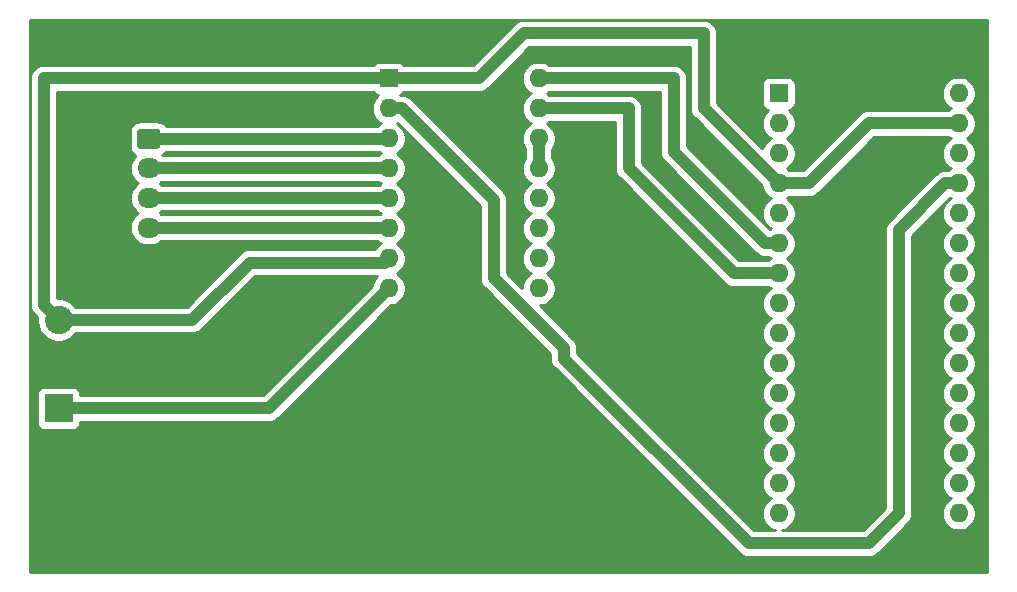
<source format=gbr>
G04 #@! TF.GenerationSoftware,KiCad,Pcbnew,5.1.9*
G04 #@! TF.CreationDate,2021-05-01T18:19:35+02:00*
G04 #@! TF.ProjectId,Nano_stepper,4e616e6f-5f73-4746-9570-7065722e6b69,rev?*
G04 #@! TF.SameCoordinates,Original*
G04 #@! TF.FileFunction,Copper,L2,Bot*
G04 #@! TF.FilePolarity,Positive*
%FSLAX46Y46*%
G04 Gerber Fmt 4.6, Leading zero omitted, Abs format (unit mm)*
G04 Created by KiCad (PCBNEW 5.1.9) date 2021-05-01 18:19:35*
%MOMM*%
%LPD*%
G01*
G04 APERTURE LIST*
G04 #@! TA.AperFunction,ComponentPad*
%ADD10R,1.600000X1.600000*%
G04 #@! TD*
G04 #@! TA.AperFunction,ComponentPad*
%ADD11O,1.600000X1.600000*%
G04 #@! TD*
G04 #@! TA.AperFunction,ComponentPad*
%ADD12R,2.400000X2.400000*%
G04 #@! TD*
G04 #@! TA.AperFunction,ComponentPad*
%ADD13C,2.400000*%
G04 #@! TD*
G04 #@! TA.AperFunction,ComponentPad*
%ADD14O,1.950000X1.700000*%
G04 #@! TD*
G04 #@! TA.AperFunction,Conductor*
%ADD15C,1.000000*%
G04 #@! TD*
G04 #@! TA.AperFunction,NonConductor*
%ADD16C,0.254000*%
G04 #@! TD*
G04 #@! TA.AperFunction,NonConductor*
%ADD17C,1.000000*%
G04 #@! TD*
G04 APERTURE END LIST*
D10*
X41910000Y57150000D03*
D11*
X54610000Y39370000D03*
X41910000Y54610000D03*
X54610000Y41910000D03*
X41910000Y52070000D03*
X54610000Y44450000D03*
X41910000Y49530000D03*
X54610000Y46990000D03*
X41910000Y46990000D03*
X54610000Y49530000D03*
X41910000Y44450000D03*
X54610000Y52070000D03*
X41910000Y41910000D03*
X54610000Y54610000D03*
X41910000Y39370000D03*
X54610000Y57150000D03*
D10*
X74930000Y55880000D03*
D11*
X90170000Y22860000D03*
X74930000Y53340000D03*
X90170000Y25400000D03*
X74930000Y50800000D03*
X90170000Y27940000D03*
X74930000Y48260000D03*
X90170000Y30480000D03*
X74930000Y45720000D03*
X90170000Y33020000D03*
X74930000Y43180000D03*
X90170000Y35560000D03*
X74930000Y40640000D03*
X90170000Y38100000D03*
X74930000Y38100000D03*
X90170000Y40640000D03*
X74930000Y35560000D03*
X90170000Y43180000D03*
X74930000Y33020000D03*
X90170000Y45720000D03*
X74930000Y30480000D03*
X90170000Y48260000D03*
X74930000Y27940000D03*
X90170000Y50800000D03*
X74930000Y25400000D03*
X90170000Y53340000D03*
X74930000Y22860000D03*
X90170000Y55880000D03*
X74930000Y20320000D03*
X90170000Y20320000D03*
D12*
X13970000Y29210000D03*
D13*
X13970000Y36710000D03*
G04 #@! TA.AperFunction,ComponentPad*
G36*
G01*
X20865000Y52880000D02*
X22315000Y52880000D01*
G75*
G02*
X22565000Y52630000I0J-250000D01*
G01*
X22565000Y51430000D01*
G75*
G02*
X22315000Y51180000I-250000J0D01*
G01*
X20865000Y51180000D01*
G75*
G02*
X20615000Y51430000I0J250000D01*
G01*
X20615000Y52630000D01*
G75*
G02*
X20865000Y52880000I250000J0D01*
G01*
G37*
G04 #@! TD.AperFunction*
D14*
X21590000Y49530000D03*
X21590000Y47030000D03*
X21590000Y44530000D03*
D15*
X89038630Y48260000D02*
X90170000Y48260000D01*
X85090000Y44311370D02*
X89038630Y48260000D01*
X72390000Y17780000D02*
X82550000Y17780000D01*
X56729998Y33440002D02*
X72390000Y17780000D01*
X56729998Y34290000D02*
X56729998Y33440002D01*
X82550000Y17780000D02*
X85090000Y20320000D01*
X50800000Y40219998D02*
X56729998Y34290000D01*
X50800000Y46851370D02*
X50800000Y40219998D01*
X43041370Y54610000D02*
X50800000Y46851370D01*
X85090000Y20320000D02*
X85090000Y44311370D01*
X41910000Y54610000D02*
X43041370Y54610000D01*
X41870000Y52030000D02*
X41910000Y52070000D01*
X21590000Y52030000D02*
X41870000Y52030000D01*
X21590000Y49530000D02*
X41910000Y49530000D01*
X41870000Y47030000D02*
X41910000Y46990000D01*
X21590000Y47030000D02*
X41870000Y47030000D01*
X54610000Y52070000D02*
X54610000Y49530000D01*
X41830000Y44530000D02*
X41910000Y44450000D01*
X21590000Y44530000D02*
X41830000Y44530000D01*
X74930000Y40640000D02*
X71120000Y40640000D01*
X71120000Y40640000D02*
X62230000Y49530000D01*
X62230000Y49530000D02*
X62230000Y54610000D01*
X62230000Y54610000D02*
X54610000Y54610000D01*
X31750000Y29210000D02*
X41910000Y39370000D01*
X13970000Y29210000D02*
X31750000Y29210000D01*
X73798630Y43180000D02*
X66040000Y50938630D01*
X74930000Y43180000D02*
X73798630Y43180000D01*
X66040000Y50938630D02*
X66040000Y57150000D01*
X66040000Y57150000D02*
X54610000Y57150000D01*
X74930000Y48260000D02*
X77470000Y48260000D01*
X77470000Y48260000D02*
X82550000Y53340000D01*
X13970000Y36710000D02*
X25280000Y36710000D01*
X41570008Y41570008D02*
X41910000Y41910000D01*
X30140008Y41570008D02*
X41570008Y41570008D01*
X25280000Y36710000D02*
X30140008Y41570008D01*
X41910000Y57150000D02*
X12700000Y57150000D01*
X12700000Y37980000D02*
X13970000Y36710000D01*
X12700000Y57150000D02*
X12700000Y37980000D01*
X53340000Y60960000D02*
X68580000Y60960000D01*
X83820000Y53340000D02*
X90170000Y53340000D01*
X82550000Y53340000D02*
X83820000Y53340000D01*
X68580000Y54610000D02*
X74930000Y48260000D01*
X68580000Y60960000D02*
X68580000Y54610000D01*
X49530000Y57150000D02*
X53340000Y60960000D01*
X41910000Y57150000D02*
X49530000Y57150000D01*
D16*
X92583000Y15367000D02*
X11557000Y15367000D01*
X11557000Y57150000D01*
X11559509Y57150000D01*
X11565000Y57094248D01*
X11565001Y38035762D01*
X11559509Y37980000D01*
X11581423Y37757502D01*
X11646324Y37543554D01*
X11646325Y37543553D01*
X11751717Y37346377D01*
X11893552Y37173551D01*
X11936860Y37138009D01*
X12143152Y36931716D01*
X12135000Y36890732D01*
X12135000Y36529268D01*
X12205518Y36174750D01*
X12343844Y35840801D01*
X12544662Y35540256D01*
X12800256Y35284662D01*
X13100801Y35083844D01*
X13434750Y34945518D01*
X13789268Y34875000D01*
X14150732Y34875000D01*
X14505250Y34945518D01*
X14839199Y35083844D01*
X15139744Y35284662D01*
X15395338Y35540256D01*
X15418553Y35575000D01*
X25224249Y35575000D01*
X25280000Y35569509D01*
X25335751Y35575000D01*
X25335752Y35575000D01*
X25502499Y35591423D01*
X25716447Y35656324D01*
X25913623Y35761716D01*
X26086449Y35903551D01*
X26121996Y35946865D01*
X30610140Y40435008D01*
X40945612Y40435008D01*
X40795363Y40284759D01*
X40638320Y40049727D01*
X40530147Y39788574D01*
X40482150Y39547282D01*
X31279869Y30345000D01*
X15808072Y30345000D01*
X15808072Y30410000D01*
X15795812Y30534482D01*
X15759502Y30654180D01*
X15700537Y30764494D01*
X15621185Y30861185D01*
X15524494Y30940537D01*
X15414180Y30999502D01*
X15294482Y31035812D01*
X15170000Y31048072D01*
X12770000Y31048072D01*
X12645518Y31035812D01*
X12525820Y30999502D01*
X12415506Y30940537D01*
X12318815Y30861185D01*
X12239463Y30764494D01*
X12180498Y30654180D01*
X12144188Y30534482D01*
X12131928Y30410000D01*
X12131928Y28010000D01*
X12144188Y27885518D01*
X12180498Y27765820D01*
X12239463Y27655506D01*
X12318815Y27558815D01*
X12415506Y27479463D01*
X12525820Y27420498D01*
X12645518Y27384188D01*
X12770000Y27371928D01*
X15170000Y27371928D01*
X15294482Y27384188D01*
X15414180Y27420498D01*
X15524494Y27479463D01*
X15621185Y27558815D01*
X15700537Y27655506D01*
X15759502Y27765820D01*
X15795812Y27885518D01*
X15808072Y28010000D01*
X15808072Y28075000D01*
X31694249Y28075000D01*
X31750000Y28069509D01*
X31805751Y28075000D01*
X31805752Y28075000D01*
X31972499Y28091423D01*
X32186447Y28156324D01*
X32383623Y28261716D01*
X32556449Y28403551D01*
X32591996Y28446865D01*
X42087282Y37942150D01*
X42328574Y37990147D01*
X42589727Y38098320D01*
X42824759Y38255363D01*
X43024637Y38455241D01*
X43181680Y38690273D01*
X43289853Y38951426D01*
X43345000Y39228665D01*
X43345000Y39511335D01*
X43289853Y39788574D01*
X43181680Y40049727D01*
X43024637Y40284759D01*
X42824759Y40484637D01*
X42592241Y40640000D01*
X42824759Y40795363D01*
X43024637Y40995241D01*
X43181680Y41230273D01*
X43289853Y41491426D01*
X43345000Y41768665D01*
X43345000Y42051335D01*
X43289853Y42328574D01*
X43181680Y42589727D01*
X43024637Y42824759D01*
X42824759Y43024637D01*
X42592241Y43180000D01*
X42824759Y43335363D01*
X43024637Y43535241D01*
X43181680Y43770273D01*
X43289853Y44031426D01*
X43345000Y44308665D01*
X43345000Y44591335D01*
X43289853Y44868574D01*
X43181680Y45129727D01*
X43024637Y45364759D01*
X42824759Y45564637D01*
X42592241Y45720000D01*
X42824759Y45875363D01*
X43024637Y46075241D01*
X43181680Y46310273D01*
X43289853Y46571426D01*
X43345000Y46848665D01*
X43345000Y47131335D01*
X43289853Y47408574D01*
X43181680Y47669727D01*
X43024637Y47904759D01*
X42824759Y48104637D01*
X42592241Y48260000D01*
X42824759Y48415363D01*
X43024637Y48615241D01*
X43181680Y48850273D01*
X43289853Y49111426D01*
X43345000Y49388665D01*
X43345000Y49671335D01*
X43289853Y49948574D01*
X43181680Y50209727D01*
X43024637Y50444759D01*
X42824759Y50644637D01*
X42592241Y50800000D01*
X42824759Y50955363D01*
X43024637Y51155241D01*
X43181680Y51390273D01*
X43289853Y51651426D01*
X43345000Y51928665D01*
X43345000Y52211335D01*
X43289853Y52488574D01*
X43181680Y52749727D01*
X43024637Y52984759D01*
X42824759Y53184637D01*
X42592241Y53340000D01*
X42660578Y53385661D01*
X49665000Y46381238D01*
X49665001Y40275759D01*
X49659509Y40219998D01*
X49681423Y39997500D01*
X49746324Y39783552D01*
X49746325Y39783551D01*
X49851717Y39586375D01*
X49993552Y39413549D01*
X50036860Y39378007D01*
X55594998Y33819867D01*
X55594998Y33495753D01*
X55589507Y33440002D01*
X55594998Y33384251D01*
X55594998Y33384250D01*
X55611421Y33217503D01*
X55676322Y33003555D01*
X55781715Y32806379D01*
X55923550Y32633553D01*
X55966858Y32598011D01*
X71548009Y17016859D01*
X71583551Y16973551D01*
X71756377Y16831716D01*
X71953553Y16726324D01*
X72117705Y16676529D01*
X72167500Y16661423D01*
X72188493Y16659356D01*
X72334248Y16645000D01*
X72334255Y16645000D01*
X72389999Y16639510D01*
X72445743Y16645000D01*
X82494249Y16645000D01*
X82550000Y16639509D01*
X82605751Y16645000D01*
X82605752Y16645000D01*
X82772499Y16661423D01*
X82986447Y16726324D01*
X83183623Y16831716D01*
X83356449Y16973551D01*
X83391996Y17016865D01*
X85853141Y19478009D01*
X85896449Y19513551D01*
X86038284Y19686377D01*
X86143676Y19883553D01*
X86208577Y20097501D01*
X86225000Y20264248D01*
X86225000Y20264257D01*
X86230490Y20319999D01*
X86225000Y20375741D01*
X86225000Y43841239D01*
X89419423Y47035661D01*
X89487759Y46990000D01*
X89255241Y46834637D01*
X89055363Y46634759D01*
X88898320Y46399727D01*
X88790147Y46138574D01*
X88735000Y45861335D01*
X88735000Y45578665D01*
X88790147Y45301426D01*
X88898320Y45040273D01*
X89055363Y44805241D01*
X89255241Y44605363D01*
X89487759Y44450000D01*
X89255241Y44294637D01*
X89055363Y44094759D01*
X88898320Y43859727D01*
X88790147Y43598574D01*
X88735000Y43321335D01*
X88735000Y43038665D01*
X88790147Y42761426D01*
X88898320Y42500273D01*
X89055363Y42265241D01*
X89255241Y42065363D01*
X89487759Y41910000D01*
X89255241Y41754637D01*
X89055363Y41554759D01*
X88898320Y41319727D01*
X88790147Y41058574D01*
X88735000Y40781335D01*
X88735000Y40498665D01*
X88790147Y40221426D01*
X88898320Y39960273D01*
X89055363Y39725241D01*
X89255241Y39525363D01*
X89487759Y39370000D01*
X89255241Y39214637D01*
X89055363Y39014759D01*
X88898320Y38779727D01*
X88790147Y38518574D01*
X88735000Y38241335D01*
X88735000Y37958665D01*
X88790147Y37681426D01*
X88898320Y37420273D01*
X89055363Y37185241D01*
X89255241Y36985363D01*
X89487759Y36830000D01*
X89255241Y36674637D01*
X89055363Y36474759D01*
X88898320Y36239727D01*
X88790147Y35978574D01*
X88735000Y35701335D01*
X88735000Y35418665D01*
X88790147Y35141426D01*
X88898320Y34880273D01*
X89055363Y34645241D01*
X89255241Y34445363D01*
X89487759Y34290000D01*
X89255241Y34134637D01*
X89055363Y33934759D01*
X88898320Y33699727D01*
X88790147Y33438574D01*
X88735000Y33161335D01*
X88735000Y32878665D01*
X88790147Y32601426D01*
X88898320Y32340273D01*
X89055363Y32105241D01*
X89255241Y31905363D01*
X89487759Y31750000D01*
X89255241Y31594637D01*
X89055363Y31394759D01*
X88898320Y31159727D01*
X88790147Y30898574D01*
X88735000Y30621335D01*
X88735000Y30338665D01*
X88790147Y30061426D01*
X88898320Y29800273D01*
X89055363Y29565241D01*
X89255241Y29365363D01*
X89487759Y29210000D01*
X89255241Y29054637D01*
X89055363Y28854759D01*
X88898320Y28619727D01*
X88790147Y28358574D01*
X88735000Y28081335D01*
X88735000Y27798665D01*
X88790147Y27521426D01*
X88898320Y27260273D01*
X89055363Y27025241D01*
X89255241Y26825363D01*
X89487759Y26670000D01*
X89255241Y26514637D01*
X89055363Y26314759D01*
X88898320Y26079727D01*
X88790147Y25818574D01*
X88735000Y25541335D01*
X88735000Y25258665D01*
X88790147Y24981426D01*
X88898320Y24720273D01*
X89055363Y24485241D01*
X89255241Y24285363D01*
X89487759Y24130000D01*
X89255241Y23974637D01*
X89055363Y23774759D01*
X88898320Y23539727D01*
X88790147Y23278574D01*
X88735000Y23001335D01*
X88735000Y22718665D01*
X88790147Y22441426D01*
X88898320Y22180273D01*
X89055363Y21945241D01*
X89255241Y21745363D01*
X89487759Y21590000D01*
X89255241Y21434637D01*
X89055363Y21234759D01*
X88898320Y20999727D01*
X88790147Y20738574D01*
X88735000Y20461335D01*
X88735000Y20178665D01*
X88790147Y19901426D01*
X88898320Y19640273D01*
X89055363Y19405241D01*
X89255241Y19205363D01*
X89490273Y19048320D01*
X89751426Y18940147D01*
X90028665Y18885000D01*
X90311335Y18885000D01*
X90588574Y18940147D01*
X90849727Y19048320D01*
X91084759Y19205363D01*
X91284637Y19405241D01*
X91441680Y19640273D01*
X91549853Y19901426D01*
X91605000Y20178665D01*
X91605000Y20461335D01*
X91549853Y20738574D01*
X91441680Y20999727D01*
X91284637Y21234759D01*
X91084759Y21434637D01*
X90852241Y21590000D01*
X91084759Y21745363D01*
X91284637Y21945241D01*
X91441680Y22180273D01*
X91549853Y22441426D01*
X91605000Y22718665D01*
X91605000Y23001335D01*
X91549853Y23278574D01*
X91441680Y23539727D01*
X91284637Y23774759D01*
X91084759Y23974637D01*
X90852241Y24130000D01*
X91084759Y24285363D01*
X91284637Y24485241D01*
X91441680Y24720273D01*
X91549853Y24981426D01*
X91605000Y25258665D01*
X91605000Y25541335D01*
X91549853Y25818574D01*
X91441680Y26079727D01*
X91284637Y26314759D01*
X91084759Y26514637D01*
X90852241Y26670000D01*
X91084759Y26825363D01*
X91284637Y27025241D01*
X91441680Y27260273D01*
X91549853Y27521426D01*
X91605000Y27798665D01*
X91605000Y28081335D01*
X91549853Y28358574D01*
X91441680Y28619727D01*
X91284637Y28854759D01*
X91084759Y29054637D01*
X90852241Y29210000D01*
X91084759Y29365363D01*
X91284637Y29565241D01*
X91441680Y29800273D01*
X91549853Y30061426D01*
X91605000Y30338665D01*
X91605000Y30621335D01*
X91549853Y30898574D01*
X91441680Y31159727D01*
X91284637Y31394759D01*
X91084759Y31594637D01*
X90852241Y31750000D01*
X91084759Y31905363D01*
X91284637Y32105241D01*
X91441680Y32340273D01*
X91549853Y32601426D01*
X91605000Y32878665D01*
X91605000Y33161335D01*
X91549853Y33438574D01*
X91441680Y33699727D01*
X91284637Y33934759D01*
X91084759Y34134637D01*
X90852241Y34290000D01*
X91084759Y34445363D01*
X91284637Y34645241D01*
X91441680Y34880273D01*
X91549853Y35141426D01*
X91605000Y35418665D01*
X91605000Y35701335D01*
X91549853Y35978574D01*
X91441680Y36239727D01*
X91284637Y36474759D01*
X91084759Y36674637D01*
X90852241Y36830000D01*
X91084759Y36985363D01*
X91284637Y37185241D01*
X91441680Y37420273D01*
X91549853Y37681426D01*
X91605000Y37958665D01*
X91605000Y38241335D01*
X91549853Y38518574D01*
X91441680Y38779727D01*
X91284637Y39014759D01*
X91084759Y39214637D01*
X90852241Y39370000D01*
X91084759Y39525363D01*
X91284637Y39725241D01*
X91441680Y39960273D01*
X91549853Y40221426D01*
X91605000Y40498665D01*
X91605000Y40781335D01*
X91549853Y41058574D01*
X91441680Y41319727D01*
X91284637Y41554759D01*
X91084759Y41754637D01*
X90852241Y41910000D01*
X91084759Y42065363D01*
X91284637Y42265241D01*
X91441680Y42500273D01*
X91549853Y42761426D01*
X91605000Y43038665D01*
X91605000Y43321335D01*
X91549853Y43598574D01*
X91441680Y43859727D01*
X91284637Y44094759D01*
X91084759Y44294637D01*
X90852241Y44450000D01*
X91084759Y44605363D01*
X91284637Y44805241D01*
X91441680Y45040273D01*
X91549853Y45301426D01*
X91605000Y45578665D01*
X91605000Y45861335D01*
X91549853Y46138574D01*
X91441680Y46399727D01*
X91284637Y46634759D01*
X91084759Y46834637D01*
X90852241Y46990000D01*
X91084759Y47145363D01*
X91284637Y47345241D01*
X91441680Y47580273D01*
X91549853Y47841426D01*
X91605000Y48118665D01*
X91605000Y48401335D01*
X91549853Y48678574D01*
X91441680Y48939727D01*
X91284637Y49174759D01*
X91084759Y49374637D01*
X90852241Y49530000D01*
X91084759Y49685363D01*
X91284637Y49885241D01*
X91441680Y50120273D01*
X91549853Y50381426D01*
X91605000Y50658665D01*
X91605000Y50941335D01*
X91549853Y51218574D01*
X91441680Y51479727D01*
X91284637Y51714759D01*
X91084759Y51914637D01*
X90852241Y52070000D01*
X91084759Y52225363D01*
X91284637Y52425241D01*
X91441680Y52660273D01*
X91549853Y52921426D01*
X91605000Y53198665D01*
X91605000Y53481335D01*
X91549853Y53758574D01*
X91441680Y54019727D01*
X91284637Y54254759D01*
X91084759Y54454637D01*
X90852241Y54610000D01*
X91084759Y54765363D01*
X91284637Y54965241D01*
X91441680Y55200273D01*
X91549853Y55461426D01*
X91605000Y55738665D01*
X91605000Y56021335D01*
X91549853Y56298574D01*
X91441680Y56559727D01*
X91284637Y56794759D01*
X91084759Y56994637D01*
X90849727Y57151680D01*
X90588574Y57259853D01*
X90311335Y57315000D01*
X90028665Y57315000D01*
X89751426Y57259853D01*
X89490273Y57151680D01*
X89255241Y56994637D01*
X89055363Y56794759D01*
X88898320Y56559727D01*
X88790147Y56298574D01*
X88735000Y56021335D01*
X88735000Y55738665D01*
X88790147Y55461426D01*
X88898320Y55200273D01*
X89055363Y54965241D01*
X89255241Y54765363D01*
X89487759Y54610000D01*
X89285716Y54475000D01*
X82605751Y54475000D01*
X82550000Y54480491D01*
X82494248Y54475000D01*
X82327501Y54458577D01*
X82113553Y54393676D01*
X81916377Y54288284D01*
X81743551Y54146449D01*
X81708009Y54103141D01*
X76999869Y49395000D01*
X75814284Y49395000D01*
X75612241Y49530000D01*
X75844759Y49685363D01*
X76044637Y49885241D01*
X76201680Y50120273D01*
X76309853Y50381426D01*
X76365000Y50658665D01*
X76365000Y50941335D01*
X76309853Y51218574D01*
X76201680Y51479727D01*
X76044637Y51714759D01*
X75844759Y51914637D01*
X75612241Y52070000D01*
X75844759Y52225363D01*
X76044637Y52425241D01*
X76201680Y52660273D01*
X76309853Y52921426D01*
X76365000Y53198665D01*
X76365000Y53481335D01*
X76309853Y53758574D01*
X76201680Y54019727D01*
X76044637Y54254759D01*
X75846039Y54453357D01*
X75854482Y54454188D01*
X75974180Y54490498D01*
X76084494Y54549463D01*
X76181185Y54628815D01*
X76260537Y54725506D01*
X76319502Y54835820D01*
X76355812Y54955518D01*
X76368072Y55080000D01*
X76368072Y56680000D01*
X76355812Y56804482D01*
X76319502Y56924180D01*
X76260537Y57034494D01*
X76181185Y57131185D01*
X76084494Y57210537D01*
X75974180Y57269502D01*
X75854482Y57305812D01*
X75730000Y57318072D01*
X74130000Y57318072D01*
X74005518Y57305812D01*
X73885820Y57269502D01*
X73775506Y57210537D01*
X73678815Y57131185D01*
X73599463Y57034494D01*
X73540498Y56924180D01*
X73504188Y56804482D01*
X73491928Y56680000D01*
X73491928Y55080000D01*
X73504188Y54955518D01*
X73540498Y54835820D01*
X73599463Y54725506D01*
X73678815Y54628815D01*
X73775506Y54549463D01*
X73885820Y54490498D01*
X74005518Y54454188D01*
X74013961Y54453357D01*
X73815363Y54254759D01*
X73658320Y54019727D01*
X73550147Y53758574D01*
X73495000Y53481335D01*
X73495000Y53198665D01*
X73550147Y52921426D01*
X73658320Y52660273D01*
X73815363Y52425241D01*
X74015241Y52225363D01*
X74247759Y52070000D01*
X74015241Y51914637D01*
X73815363Y51714759D01*
X73658320Y51479727D01*
X73557882Y51237249D01*
X69715000Y55080131D01*
X69715000Y60904248D01*
X69720491Y60960000D01*
X69698577Y61182499D01*
X69633676Y61396447D01*
X69528284Y61593623D01*
X69386449Y61766449D01*
X69213623Y61908284D01*
X69016447Y62013676D01*
X68802499Y62078577D01*
X68635752Y62095000D01*
X68635751Y62095000D01*
X68580000Y62100491D01*
X68524248Y62095000D01*
X53395752Y62095000D01*
X53340000Y62100491D01*
X53117501Y62078577D01*
X52903553Y62013676D01*
X52706377Y61908284D01*
X52576856Y61801989D01*
X52576854Y61801987D01*
X52533551Y61766449D01*
X52498013Y61723146D01*
X49059869Y58285000D01*
X43250957Y58285000D01*
X43240537Y58304494D01*
X43161185Y58401185D01*
X43064494Y58480537D01*
X42954180Y58539502D01*
X42834482Y58575812D01*
X42710000Y58588072D01*
X41110000Y58588072D01*
X40985518Y58575812D01*
X40865820Y58539502D01*
X40755506Y58480537D01*
X40658815Y58401185D01*
X40579463Y58304494D01*
X40569043Y58285000D01*
X12755751Y58285000D01*
X12700000Y58290491D01*
X12644248Y58285000D01*
X12477501Y58268577D01*
X12263553Y58203676D01*
X12066377Y58098284D01*
X11893551Y57956449D01*
X11751716Y57783623D01*
X11646324Y57586447D01*
X11581423Y57372499D01*
X11559509Y57150000D01*
X11557000Y57150000D01*
X11557000Y62103000D01*
X92583000Y62103000D01*
X92583000Y15367000D01*
G04 #@! TA.AperFunction,NonConductor*
D17*
G36*
X92583000Y15367000D02*
G01*
X11557000Y15367000D01*
X11557000Y57150000D01*
X11559509Y57150000D01*
X11565000Y57094248D01*
X11565001Y38035762D01*
X11559509Y37980000D01*
X11581423Y37757502D01*
X11646324Y37543554D01*
X11646325Y37543553D01*
X11751717Y37346377D01*
X11893552Y37173551D01*
X11936860Y37138009D01*
X12143152Y36931716D01*
X12135000Y36890732D01*
X12135000Y36529268D01*
X12205518Y36174750D01*
X12343844Y35840801D01*
X12544662Y35540256D01*
X12800256Y35284662D01*
X13100801Y35083844D01*
X13434750Y34945518D01*
X13789268Y34875000D01*
X14150732Y34875000D01*
X14505250Y34945518D01*
X14839199Y35083844D01*
X15139744Y35284662D01*
X15395338Y35540256D01*
X15418553Y35575000D01*
X25224249Y35575000D01*
X25280000Y35569509D01*
X25335751Y35575000D01*
X25335752Y35575000D01*
X25502499Y35591423D01*
X25716447Y35656324D01*
X25913623Y35761716D01*
X26086449Y35903551D01*
X26121996Y35946865D01*
X30610140Y40435008D01*
X40945612Y40435008D01*
X40795363Y40284759D01*
X40638320Y40049727D01*
X40530147Y39788574D01*
X40482150Y39547282D01*
X31279869Y30345000D01*
X15808072Y30345000D01*
X15808072Y30410000D01*
X15795812Y30534482D01*
X15759502Y30654180D01*
X15700537Y30764494D01*
X15621185Y30861185D01*
X15524494Y30940537D01*
X15414180Y30999502D01*
X15294482Y31035812D01*
X15170000Y31048072D01*
X12770000Y31048072D01*
X12645518Y31035812D01*
X12525820Y30999502D01*
X12415506Y30940537D01*
X12318815Y30861185D01*
X12239463Y30764494D01*
X12180498Y30654180D01*
X12144188Y30534482D01*
X12131928Y30410000D01*
X12131928Y28010000D01*
X12144188Y27885518D01*
X12180498Y27765820D01*
X12239463Y27655506D01*
X12318815Y27558815D01*
X12415506Y27479463D01*
X12525820Y27420498D01*
X12645518Y27384188D01*
X12770000Y27371928D01*
X15170000Y27371928D01*
X15294482Y27384188D01*
X15414180Y27420498D01*
X15524494Y27479463D01*
X15621185Y27558815D01*
X15700537Y27655506D01*
X15759502Y27765820D01*
X15795812Y27885518D01*
X15808072Y28010000D01*
X15808072Y28075000D01*
X31694249Y28075000D01*
X31750000Y28069509D01*
X31805751Y28075000D01*
X31805752Y28075000D01*
X31972499Y28091423D01*
X32186447Y28156324D01*
X32383623Y28261716D01*
X32556449Y28403551D01*
X32591996Y28446865D01*
X42087282Y37942150D01*
X42328574Y37990147D01*
X42589727Y38098320D01*
X42824759Y38255363D01*
X43024637Y38455241D01*
X43181680Y38690273D01*
X43289853Y38951426D01*
X43345000Y39228665D01*
X43345000Y39511335D01*
X43289853Y39788574D01*
X43181680Y40049727D01*
X43024637Y40284759D01*
X42824759Y40484637D01*
X42592241Y40640000D01*
X42824759Y40795363D01*
X43024637Y40995241D01*
X43181680Y41230273D01*
X43289853Y41491426D01*
X43345000Y41768665D01*
X43345000Y42051335D01*
X43289853Y42328574D01*
X43181680Y42589727D01*
X43024637Y42824759D01*
X42824759Y43024637D01*
X42592241Y43180000D01*
X42824759Y43335363D01*
X43024637Y43535241D01*
X43181680Y43770273D01*
X43289853Y44031426D01*
X43345000Y44308665D01*
X43345000Y44591335D01*
X43289853Y44868574D01*
X43181680Y45129727D01*
X43024637Y45364759D01*
X42824759Y45564637D01*
X42592241Y45720000D01*
X42824759Y45875363D01*
X43024637Y46075241D01*
X43181680Y46310273D01*
X43289853Y46571426D01*
X43345000Y46848665D01*
X43345000Y47131335D01*
X43289853Y47408574D01*
X43181680Y47669727D01*
X43024637Y47904759D01*
X42824759Y48104637D01*
X42592241Y48260000D01*
X42824759Y48415363D01*
X43024637Y48615241D01*
X43181680Y48850273D01*
X43289853Y49111426D01*
X43345000Y49388665D01*
X43345000Y49671335D01*
X43289853Y49948574D01*
X43181680Y50209727D01*
X43024637Y50444759D01*
X42824759Y50644637D01*
X42592241Y50800000D01*
X42824759Y50955363D01*
X43024637Y51155241D01*
X43181680Y51390273D01*
X43289853Y51651426D01*
X43345000Y51928665D01*
X43345000Y52211335D01*
X43289853Y52488574D01*
X43181680Y52749727D01*
X43024637Y52984759D01*
X42824759Y53184637D01*
X42592241Y53340000D01*
X42660578Y53385661D01*
X49665000Y46381238D01*
X49665001Y40275759D01*
X49659509Y40219998D01*
X49681423Y39997500D01*
X49746324Y39783552D01*
X49746325Y39783551D01*
X49851717Y39586375D01*
X49993552Y39413549D01*
X50036860Y39378007D01*
X55594998Y33819867D01*
X55594998Y33495753D01*
X55589507Y33440002D01*
X55594998Y33384251D01*
X55594998Y33384250D01*
X55611421Y33217503D01*
X55676322Y33003555D01*
X55781715Y32806379D01*
X55923550Y32633553D01*
X55966858Y32598011D01*
X71548009Y17016859D01*
X71583551Y16973551D01*
X71756377Y16831716D01*
X71953553Y16726324D01*
X72117705Y16676529D01*
X72167500Y16661423D01*
X72188493Y16659356D01*
X72334248Y16645000D01*
X72334255Y16645000D01*
X72389999Y16639510D01*
X72445743Y16645000D01*
X82494249Y16645000D01*
X82550000Y16639509D01*
X82605751Y16645000D01*
X82605752Y16645000D01*
X82772499Y16661423D01*
X82986447Y16726324D01*
X83183623Y16831716D01*
X83356449Y16973551D01*
X83391996Y17016865D01*
X85853141Y19478009D01*
X85896449Y19513551D01*
X86038284Y19686377D01*
X86143676Y19883553D01*
X86208577Y20097501D01*
X86225000Y20264248D01*
X86225000Y20264257D01*
X86230490Y20319999D01*
X86225000Y20375741D01*
X86225000Y43841239D01*
X89419423Y47035661D01*
X89487759Y46990000D01*
X89255241Y46834637D01*
X89055363Y46634759D01*
X88898320Y46399727D01*
X88790147Y46138574D01*
X88735000Y45861335D01*
X88735000Y45578665D01*
X88790147Y45301426D01*
X88898320Y45040273D01*
X89055363Y44805241D01*
X89255241Y44605363D01*
X89487759Y44450000D01*
X89255241Y44294637D01*
X89055363Y44094759D01*
X88898320Y43859727D01*
X88790147Y43598574D01*
X88735000Y43321335D01*
X88735000Y43038665D01*
X88790147Y42761426D01*
X88898320Y42500273D01*
X89055363Y42265241D01*
X89255241Y42065363D01*
X89487759Y41910000D01*
X89255241Y41754637D01*
X89055363Y41554759D01*
X88898320Y41319727D01*
X88790147Y41058574D01*
X88735000Y40781335D01*
X88735000Y40498665D01*
X88790147Y40221426D01*
X88898320Y39960273D01*
X89055363Y39725241D01*
X89255241Y39525363D01*
X89487759Y39370000D01*
X89255241Y39214637D01*
X89055363Y39014759D01*
X88898320Y38779727D01*
X88790147Y38518574D01*
X88735000Y38241335D01*
X88735000Y37958665D01*
X88790147Y37681426D01*
X88898320Y37420273D01*
X89055363Y37185241D01*
X89255241Y36985363D01*
X89487759Y36830000D01*
X89255241Y36674637D01*
X89055363Y36474759D01*
X88898320Y36239727D01*
X88790147Y35978574D01*
X88735000Y35701335D01*
X88735000Y35418665D01*
X88790147Y35141426D01*
X88898320Y34880273D01*
X89055363Y34645241D01*
X89255241Y34445363D01*
X89487759Y34290000D01*
X89255241Y34134637D01*
X89055363Y33934759D01*
X88898320Y33699727D01*
X88790147Y33438574D01*
X88735000Y33161335D01*
X88735000Y32878665D01*
X88790147Y32601426D01*
X88898320Y32340273D01*
X89055363Y32105241D01*
X89255241Y31905363D01*
X89487759Y31750000D01*
X89255241Y31594637D01*
X89055363Y31394759D01*
X88898320Y31159727D01*
X88790147Y30898574D01*
X88735000Y30621335D01*
X88735000Y30338665D01*
X88790147Y30061426D01*
X88898320Y29800273D01*
X89055363Y29565241D01*
X89255241Y29365363D01*
X89487759Y29210000D01*
X89255241Y29054637D01*
X89055363Y28854759D01*
X88898320Y28619727D01*
X88790147Y28358574D01*
X88735000Y28081335D01*
X88735000Y27798665D01*
X88790147Y27521426D01*
X88898320Y27260273D01*
X89055363Y27025241D01*
X89255241Y26825363D01*
X89487759Y26670000D01*
X89255241Y26514637D01*
X89055363Y26314759D01*
X88898320Y26079727D01*
X88790147Y25818574D01*
X88735000Y25541335D01*
X88735000Y25258665D01*
X88790147Y24981426D01*
X88898320Y24720273D01*
X89055363Y24485241D01*
X89255241Y24285363D01*
X89487759Y24130000D01*
X89255241Y23974637D01*
X89055363Y23774759D01*
X88898320Y23539727D01*
X88790147Y23278574D01*
X88735000Y23001335D01*
X88735000Y22718665D01*
X88790147Y22441426D01*
X88898320Y22180273D01*
X89055363Y21945241D01*
X89255241Y21745363D01*
X89487759Y21590000D01*
X89255241Y21434637D01*
X89055363Y21234759D01*
X88898320Y20999727D01*
X88790147Y20738574D01*
X88735000Y20461335D01*
X88735000Y20178665D01*
X88790147Y19901426D01*
X88898320Y19640273D01*
X89055363Y19405241D01*
X89255241Y19205363D01*
X89490273Y19048320D01*
X89751426Y18940147D01*
X90028665Y18885000D01*
X90311335Y18885000D01*
X90588574Y18940147D01*
X90849727Y19048320D01*
X91084759Y19205363D01*
X91284637Y19405241D01*
X91441680Y19640273D01*
X91549853Y19901426D01*
X91605000Y20178665D01*
X91605000Y20461335D01*
X91549853Y20738574D01*
X91441680Y20999727D01*
X91284637Y21234759D01*
X91084759Y21434637D01*
X90852241Y21590000D01*
X91084759Y21745363D01*
X91284637Y21945241D01*
X91441680Y22180273D01*
X91549853Y22441426D01*
X91605000Y22718665D01*
X91605000Y23001335D01*
X91549853Y23278574D01*
X91441680Y23539727D01*
X91284637Y23774759D01*
X91084759Y23974637D01*
X90852241Y24130000D01*
X91084759Y24285363D01*
X91284637Y24485241D01*
X91441680Y24720273D01*
X91549853Y24981426D01*
X91605000Y25258665D01*
X91605000Y25541335D01*
X91549853Y25818574D01*
X91441680Y26079727D01*
X91284637Y26314759D01*
X91084759Y26514637D01*
X90852241Y26670000D01*
X91084759Y26825363D01*
X91284637Y27025241D01*
X91441680Y27260273D01*
X91549853Y27521426D01*
X91605000Y27798665D01*
X91605000Y28081335D01*
X91549853Y28358574D01*
X91441680Y28619727D01*
X91284637Y28854759D01*
X91084759Y29054637D01*
X90852241Y29210000D01*
X91084759Y29365363D01*
X91284637Y29565241D01*
X91441680Y29800273D01*
X91549853Y30061426D01*
X91605000Y30338665D01*
X91605000Y30621335D01*
X91549853Y30898574D01*
X91441680Y31159727D01*
X91284637Y31394759D01*
X91084759Y31594637D01*
X90852241Y31750000D01*
X91084759Y31905363D01*
X91284637Y32105241D01*
X91441680Y32340273D01*
X91549853Y32601426D01*
X91605000Y32878665D01*
X91605000Y33161335D01*
X91549853Y33438574D01*
X91441680Y33699727D01*
X91284637Y33934759D01*
X91084759Y34134637D01*
X90852241Y34290000D01*
X91084759Y34445363D01*
X91284637Y34645241D01*
X91441680Y34880273D01*
X91549853Y35141426D01*
X91605000Y35418665D01*
X91605000Y35701335D01*
X91549853Y35978574D01*
X91441680Y36239727D01*
X91284637Y36474759D01*
X91084759Y36674637D01*
X90852241Y36830000D01*
X91084759Y36985363D01*
X91284637Y37185241D01*
X91441680Y37420273D01*
X91549853Y37681426D01*
X91605000Y37958665D01*
X91605000Y38241335D01*
X91549853Y38518574D01*
X91441680Y38779727D01*
X91284637Y39014759D01*
X91084759Y39214637D01*
X90852241Y39370000D01*
X91084759Y39525363D01*
X91284637Y39725241D01*
X91441680Y39960273D01*
X91549853Y40221426D01*
X91605000Y40498665D01*
X91605000Y40781335D01*
X91549853Y41058574D01*
X91441680Y41319727D01*
X91284637Y41554759D01*
X91084759Y41754637D01*
X90852241Y41910000D01*
X91084759Y42065363D01*
X91284637Y42265241D01*
X91441680Y42500273D01*
X91549853Y42761426D01*
X91605000Y43038665D01*
X91605000Y43321335D01*
X91549853Y43598574D01*
X91441680Y43859727D01*
X91284637Y44094759D01*
X91084759Y44294637D01*
X90852241Y44450000D01*
X91084759Y44605363D01*
X91284637Y44805241D01*
X91441680Y45040273D01*
X91549853Y45301426D01*
X91605000Y45578665D01*
X91605000Y45861335D01*
X91549853Y46138574D01*
X91441680Y46399727D01*
X91284637Y46634759D01*
X91084759Y46834637D01*
X90852241Y46990000D01*
X91084759Y47145363D01*
X91284637Y47345241D01*
X91441680Y47580273D01*
X91549853Y47841426D01*
X91605000Y48118665D01*
X91605000Y48401335D01*
X91549853Y48678574D01*
X91441680Y48939727D01*
X91284637Y49174759D01*
X91084759Y49374637D01*
X90852241Y49530000D01*
X91084759Y49685363D01*
X91284637Y49885241D01*
X91441680Y50120273D01*
X91549853Y50381426D01*
X91605000Y50658665D01*
X91605000Y50941335D01*
X91549853Y51218574D01*
X91441680Y51479727D01*
X91284637Y51714759D01*
X91084759Y51914637D01*
X90852241Y52070000D01*
X91084759Y52225363D01*
X91284637Y52425241D01*
X91441680Y52660273D01*
X91549853Y52921426D01*
X91605000Y53198665D01*
X91605000Y53481335D01*
X91549853Y53758574D01*
X91441680Y54019727D01*
X91284637Y54254759D01*
X91084759Y54454637D01*
X90852241Y54610000D01*
X91084759Y54765363D01*
X91284637Y54965241D01*
X91441680Y55200273D01*
X91549853Y55461426D01*
X91605000Y55738665D01*
X91605000Y56021335D01*
X91549853Y56298574D01*
X91441680Y56559727D01*
X91284637Y56794759D01*
X91084759Y56994637D01*
X90849727Y57151680D01*
X90588574Y57259853D01*
X90311335Y57315000D01*
X90028665Y57315000D01*
X89751426Y57259853D01*
X89490273Y57151680D01*
X89255241Y56994637D01*
X89055363Y56794759D01*
X88898320Y56559727D01*
X88790147Y56298574D01*
X88735000Y56021335D01*
X88735000Y55738665D01*
X88790147Y55461426D01*
X88898320Y55200273D01*
X89055363Y54965241D01*
X89255241Y54765363D01*
X89487759Y54610000D01*
X89285716Y54475000D01*
X82605751Y54475000D01*
X82550000Y54480491D01*
X82494248Y54475000D01*
X82327501Y54458577D01*
X82113553Y54393676D01*
X81916377Y54288284D01*
X81743551Y54146449D01*
X81708009Y54103141D01*
X76999869Y49395000D01*
X75814284Y49395000D01*
X75612241Y49530000D01*
X75844759Y49685363D01*
X76044637Y49885241D01*
X76201680Y50120273D01*
X76309853Y50381426D01*
X76365000Y50658665D01*
X76365000Y50941335D01*
X76309853Y51218574D01*
X76201680Y51479727D01*
X76044637Y51714759D01*
X75844759Y51914637D01*
X75612241Y52070000D01*
X75844759Y52225363D01*
X76044637Y52425241D01*
X76201680Y52660273D01*
X76309853Y52921426D01*
X76365000Y53198665D01*
X76365000Y53481335D01*
X76309853Y53758574D01*
X76201680Y54019727D01*
X76044637Y54254759D01*
X75846039Y54453357D01*
X75854482Y54454188D01*
X75974180Y54490498D01*
X76084494Y54549463D01*
X76181185Y54628815D01*
X76260537Y54725506D01*
X76319502Y54835820D01*
X76355812Y54955518D01*
X76368072Y55080000D01*
X76368072Y56680000D01*
X76355812Y56804482D01*
X76319502Y56924180D01*
X76260537Y57034494D01*
X76181185Y57131185D01*
X76084494Y57210537D01*
X75974180Y57269502D01*
X75854482Y57305812D01*
X75730000Y57318072D01*
X74130000Y57318072D01*
X74005518Y57305812D01*
X73885820Y57269502D01*
X73775506Y57210537D01*
X73678815Y57131185D01*
X73599463Y57034494D01*
X73540498Y56924180D01*
X73504188Y56804482D01*
X73491928Y56680000D01*
X73491928Y55080000D01*
X73504188Y54955518D01*
X73540498Y54835820D01*
X73599463Y54725506D01*
X73678815Y54628815D01*
X73775506Y54549463D01*
X73885820Y54490498D01*
X74005518Y54454188D01*
X74013961Y54453357D01*
X73815363Y54254759D01*
X73658320Y54019727D01*
X73550147Y53758574D01*
X73495000Y53481335D01*
X73495000Y53198665D01*
X73550147Y52921426D01*
X73658320Y52660273D01*
X73815363Y52425241D01*
X74015241Y52225363D01*
X74247759Y52070000D01*
X74015241Y51914637D01*
X73815363Y51714759D01*
X73658320Y51479727D01*
X73557882Y51237249D01*
X69715000Y55080131D01*
X69715000Y60904248D01*
X69720491Y60960000D01*
X69698577Y61182499D01*
X69633676Y61396447D01*
X69528284Y61593623D01*
X69386449Y61766449D01*
X69213623Y61908284D01*
X69016447Y62013676D01*
X68802499Y62078577D01*
X68635752Y62095000D01*
X68635751Y62095000D01*
X68580000Y62100491D01*
X68524248Y62095000D01*
X53395752Y62095000D01*
X53340000Y62100491D01*
X53117501Y62078577D01*
X52903553Y62013676D01*
X52706377Y61908284D01*
X52576856Y61801989D01*
X52576854Y61801987D01*
X52533551Y61766449D01*
X52498013Y61723146D01*
X49059869Y58285000D01*
X43250957Y58285000D01*
X43240537Y58304494D01*
X43161185Y58401185D01*
X43064494Y58480537D01*
X42954180Y58539502D01*
X42834482Y58575812D01*
X42710000Y58588072D01*
X41110000Y58588072D01*
X40985518Y58575812D01*
X40865820Y58539502D01*
X40755506Y58480537D01*
X40658815Y58401185D01*
X40579463Y58304494D01*
X40569043Y58285000D01*
X12755751Y58285000D01*
X12700000Y58290491D01*
X12644248Y58285000D01*
X12477501Y58268577D01*
X12263553Y58203676D01*
X12066377Y58098284D01*
X11893551Y57956449D01*
X11751716Y57783623D01*
X11646324Y57586447D01*
X11581423Y57372499D01*
X11559509Y57150000D01*
X11557000Y57150000D01*
X11557000Y62103000D01*
X92583000Y62103000D01*
X92583000Y15367000D01*
G37*
G04 #@! TD.AperFunction*
D16*
X61095000Y49585752D02*
X61089509Y49530000D01*
X61095000Y49474249D01*
X61111423Y49307502D01*
X61176324Y49093554D01*
X61281716Y48896377D01*
X61423551Y48723551D01*
X61466865Y48688004D01*
X70278013Y39876854D01*
X70313551Y39833551D01*
X70356854Y39798013D01*
X70356856Y39798011D01*
X70486377Y39691716D01*
X70683553Y39586324D01*
X70897501Y39521423D01*
X71120000Y39499509D01*
X71175752Y39505000D01*
X74045716Y39505000D01*
X74247759Y39370000D01*
X74015241Y39214637D01*
X73815363Y39014759D01*
X73658320Y38779727D01*
X73550147Y38518574D01*
X73495000Y38241335D01*
X73495000Y37958665D01*
X73550147Y37681426D01*
X73658320Y37420273D01*
X73815363Y37185241D01*
X74015241Y36985363D01*
X74247759Y36830000D01*
X74015241Y36674637D01*
X73815363Y36474759D01*
X73658320Y36239727D01*
X73550147Y35978574D01*
X73495000Y35701335D01*
X73495000Y35418665D01*
X73550147Y35141426D01*
X73658320Y34880273D01*
X73815363Y34645241D01*
X74015241Y34445363D01*
X74247759Y34290000D01*
X74015241Y34134637D01*
X73815363Y33934759D01*
X73658320Y33699727D01*
X73550147Y33438574D01*
X73495000Y33161335D01*
X73495000Y32878665D01*
X73550147Y32601426D01*
X73658320Y32340273D01*
X73815363Y32105241D01*
X74015241Y31905363D01*
X74247759Y31750000D01*
X74015241Y31594637D01*
X73815363Y31394759D01*
X73658320Y31159727D01*
X73550147Y30898574D01*
X73495000Y30621335D01*
X73495000Y30338665D01*
X73550147Y30061426D01*
X73658320Y29800273D01*
X73815363Y29565241D01*
X74015241Y29365363D01*
X74247759Y29210000D01*
X74015241Y29054637D01*
X73815363Y28854759D01*
X73658320Y28619727D01*
X73550147Y28358574D01*
X73495000Y28081335D01*
X73495000Y27798665D01*
X73550147Y27521426D01*
X73658320Y27260273D01*
X73815363Y27025241D01*
X74015241Y26825363D01*
X74247759Y26670000D01*
X74015241Y26514637D01*
X73815363Y26314759D01*
X73658320Y26079727D01*
X73550147Y25818574D01*
X73495000Y25541335D01*
X73495000Y25258665D01*
X73550147Y24981426D01*
X73658320Y24720273D01*
X73815363Y24485241D01*
X74015241Y24285363D01*
X74247759Y24130000D01*
X74015241Y23974637D01*
X73815363Y23774759D01*
X73658320Y23539727D01*
X73550147Y23278574D01*
X73495000Y23001335D01*
X73495000Y22718665D01*
X73550147Y22441426D01*
X73658320Y22180273D01*
X73815363Y21945241D01*
X74015241Y21745363D01*
X74247759Y21590000D01*
X74015241Y21434637D01*
X73815363Y21234759D01*
X73658320Y20999727D01*
X73550147Y20738574D01*
X73495000Y20461335D01*
X73495000Y20178665D01*
X73550147Y19901426D01*
X73658320Y19640273D01*
X73815363Y19405241D01*
X74015241Y19205363D01*
X74250273Y19048320D01*
X74511426Y18940147D01*
X74637847Y18915000D01*
X72860132Y18915000D01*
X57864998Y33910133D01*
X57864998Y34234248D01*
X57870489Y34290000D01*
X57848575Y34512499D01*
X57783674Y34726447D01*
X57678282Y34923623D01*
X57571987Y35053144D01*
X57571985Y35053146D01*
X57536447Y35096449D01*
X57493144Y35131987D01*
X54690130Y37935000D01*
X54751335Y37935000D01*
X55028574Y37990147D01*
X55289727Y38098320D01*
X55524759Y38255363D01*
X55724637Y38455241D01*
X55881680Y38690273D01*
X55989853Y38951426D01*
X56045000Y39228665D01*
X56045000Y39511335D01*
X55989853Y39788574D01*
X55881680Y40049727D01*
X55724637Y40284759D01*
X55524759Y40484637D01*
X55292241Y40640000D01*
X55524759Y40795363D01*
X55724637Y40995241D01*
X55881680Y41230273D01*
X55989853Y41491426D01*
X56045000Y41768665D01*
X56045000Y42051335D01*
X55989853Y42328574D01*
X55881680Y42589727D01*
X55724637Y42824759D01*
X55524759Y43024637D01*
X55292241Y43180000D01*
X55524759Y43335363D01*
X55724637Y43535241D01*
X55881680Y43770273D01*
X55989853Y44031426D01*
X56045000Y44308665D01*
X56045000Y44591335D01*
X55989853Y44868574D01*
X55881680Y45129727D01*
X55724637Y45364759D01*
X55524759Y45564637D01*
X55292241Y45720000D01*
X55524759Y45875363D01*
X55724637Y46075241D01*
X55881680Y46310273D01*
X55989853Y46571426D01*
X56045000Y46848665D01*
X56045000Y47131335D01*
X55989853Y47408574D01*
X55881680Y47669727D01*
X55724637Y47904759D01*
X55524759Y48104637D01*
X55292241Y48260000D01*
X55524759Y48415363D01*
X55724637Y48615241D01*
X55881680Y48850273D01*
X55989853Y49111426D01*
X56045000Y49388665D01*
X56045000Y49671335D01*
X55989853Y49948574D01*
X55881680Y50209727D01*
X55745000Y50414284D01*
X55745000Y51185716D01*
X55881680Y51390273D01*
X55989853Y51651426D01*
X56045000Y51928665D01*
X56045000Y52211335D01*
X55989853Y52488574D01*
X55881680Y52749727D01*
X55724637Y52984759D01*
X55524759Y53184637D01*
X55292241Y53340000D01*
X55494284Y53475000D01*
X61095001Y53475000D01*
X61095000Y49585752D01*
G04 #@! TA.AperFunction,NonConductor*
D17*
G36*
X61095000Y49585752D02*
G01*
X61089509Y49530000D01*
X61095000Y49474249D01*
X61111423Y49307502D01*
X61176324Y49093554D01*
X61281716Y48896377D01*
X61423551Y48723551D01*
X61466865Y48688004D01*
X70278013Y39876854D01*
X70313551Y39833551D01*
X70356854Y39798013D01*
X70356856Y39798011D01*
X70486377Y39691716D01*
X70683553Y39586324D01*
X70897501Y39521423D01*
X71120000Y39499509D01*
X71175752Y39505000D01*
X74045716Y39505000D01*
X74247759Y39370000D01*
X74015241Y39214637D01*
X73815363Y39014759D01*
X73658320Y38779727D01*
X73550147Y38518574D01*
X73495000Y38241335D01*
X73495000Y37958665D01*
X73550147Y37681426D01*
X73658320Y37420273D01*
X73815363Y37185241D01*
X74015241Y36985363D01*
X74247759Y36830000D01*
X74015241Y36674637D01*
X73815363Y36474759D01*
X73658320Y36239727D01*
X73550147Y35978574D01*
X73495000Y35701335D01*
X73495000Y35418665D01*
X73550147Y35141426D01*
X73658320Y34880273D01*
X73815363Y34645241D01*
X74015241Y34445363D01*
X74247759Y34290000D01*
X74015241Y34134637D01*
X73815363Y33934759D01*
X73658320Y33699727D01*
X73550147Y33438574D01*
X73495000Y33161335D01*
X73495000Y32878665D01*
X73550147Y32601426D01*
X73658320Y32340273D01*
X73815363Y32105241D01*
X74015241Y31905363D01*
X74247759Y31750000D01*
X74015241Y31594637D01*
X73815363Y31394759D01*
X73658320Y31159727D01*
X73550147Y30898574D01*
X73495000Y30621335D01*
X73495000Y30338665D01*
X73550147Y30061426D01*
X73658320Y29800273D01*
X73815363Y29565241D01*
X74015241Y29365363D01*
X74247759Y29210000D01*
X74015241Y29054637D01*
X73815363Y28854759D01*
X73658320Y28619727D01*
X73550147Y28358574D01*
X73495000Y28081335D01*
X73495000Y27798665D01*
X73550147Y27521426D01*
X73658320Y27260273D01*
X73815363Y27025241D01*
X74015241Y26825363D01*
X74247759Y26670000D01*
X74015241Y26514637D01*
X73815363Y26314759D01*
X73658320Y26079727D01*
X73550147Y25818574D01*
X73495000Y25541335D01*
X73495000Y25258665D01*
X73550147Y24981426D01*
X73658320Y24720273D01*
X73815363Y24485241D01*
X74015241Y24285363D01*
X74247759Y24130000D01*
X74015241Y23974637D01*
X73815363Y23774759D01*
X73658320Y23539727D01*
X73550147Y23278574D01*
X73495000Y23001335D01*
X73495000Y22718665D01*
X73550147Y22441426D01*
X73658320Y22180273D01*
X73815363Y21945241D01*
X74015241Y21745363D01*
X74247759Y21590000D01*
X74015241Y21434637D01*
X73815363Y21234759D01*
X73658320Y20999727D01*
X73550147Y20738574D01*
X73495000Y20461335D01*
X73495000Y20178665D01*
X73550147Y19901426D01*
X73658320Y19640273D01*
X73815363Y19405241D01*
X74015241Y19205363D01*
X74250273Y19048320D01*
X74511426Y18940147D01*
X74637847Y18915000D01*
X72860132Y18915000D01*
X57864998Y33910133D01*
X57864998Y34234248D01*
X57870489Y34290000D01*
X57848575Y34512499D01*
X57783674Y34726447D01*
X57678282Y34923623D01*
X57571987Y35053144D01*
X57571985Y35053146D01*
X57536447Y35096449D01*
X57493144Y35131987D01*
X54690130Y37935000D01*
X54751335Y37935000D01*
X55028574Y37990147D01*
X55289727Y38098320D01*
X55524759Y38255363D01*
X55724637Y38455241D01*
X55881680Y38690273D01*
X55989853Y38951426D01*
X56045000Y39228665D01*
X56045000Y39511335D01*
X55989853Y39788574D01*
X55881680Y40049727D01*
X55724637Y40284759D01*
X55524759Y40484637D01*
X55292241Y40640000D01*
X55524759Y40795363D01*
X55724637Y40995241D01*
X55881680Y41230273D01*
X55989853Y41491426D01*
X56045000Y41768665D01*
X56045000Y42051335D01*
X55989853Y42328574D01*
X55881680Y42589727D01*
X55724637Y42824759D01*
X55524759Y43024637D01*
X55292241Y43180000D01*
X55524759Y43335363D01*
X55724637Y43535241D01*
X55881680Y43770273D01*
X55989853Y44031426D01*
X56045000Y44308665D01*
X56045000Y44591335D01*
X55989853Y44868574D01*
X55881680Y45129727D01*
X55724637Y45364759D01*
X55524759Y45564637D01*
X55292241Y45720000D01*
X55524759Y45875363D01*
X55724637Y46075241D01*
X55881680Y46310273D01*
X55989853Y46571426D01*
X56045000Y46848665D01*
X56045000Y47131335D01*
X55989853Y47408574D01*
X55881680Y47669727D01*
X55724637Y47904759D01*
X55524759Y48104637D01*
X55292241Y48260000D01*
X55524759Y48415363D01*
X55724637Y48615241D01*
X55881680Y48850273D01*
X55989853Y49111426D01*
X56045000Y49388665D01*
X56045000Y49671335D01*
X55989853Y49948574D01*
X55881680Y50209727D01*
X55745000Y50414284D01*
X55745000Y51185716D01*
X55881680Y51390273D01*
X55989853Y51651426D01*
X56045000Y51928665D01*
X56045000Y52211335D01*
X55989853Y52488574D01*
X55881680Y52749727D01*
X55724637Y52984759D01*
X55524759Y53184637D01*
X55292241Y53340000D01*
X55494284Y53475000D01*
X61095001Y53475000D01*
X61095000Y49585752D01*
G37*
G04 #@! TD.AperFunction*
D16*
X89487759Y52070000D02*
X89255241Y51914637D01*
X89055363Y51714759D01*
X88898320Y51479727D01*
X88790147Y51218574D01*
X88735000Y50941335D01*
X88735000Y50658665D01*
X88790147Y50381426D01*
X88898320Y50120273D01*
X89055363Y49885241D01*
X89255241Y49685363D01*
X89487759Y49530000D01*
X89285716Y49395000D01*
X89094381Y49395000D01*
X89038629Y49400491D01*
X88982878Y49395000D01*
X88816131Y49378577D01*
X88602183Y49313676D01*
X88405007Y49208284D01*
X88232181Y49066449D01*
X88196641Y49023143D01*
X84326860Y45153361D01*
X84283552Y45117819D01*
X84141717Y44944993D01*
X84085384Y44839600D01*
X84036324Y44747816D01*
X83971423Y44533868D01*
X83949509Y44311370D01*
X83955001Y44255608D01*
X83955000Y20790132D01*
X82079869Y18915000D01*
X75222153Y18915000D01*
X75348574Y18940147D01*
X75609727Y19048320D01*
X75844759Y19205363D01*
X76044637Y19405241D01*
X76201680Y19640273D01*
X76309853Y19901426D01*
X76365000Y20178665D01*
X76365000Y20461335D01*
X76309853Y20738574D01*
X76201680Y20999727D01*
X76044637Y21234759D01*
X75844759Y21434637D01*
X75612241Y21590000D01*
X75844759Y21745363D01*
X76044637Y21945241D01*
X76201680Y22180273D01*
X76309853Y22441426D01*
X76365000Y22718665D01*
X76365000Y23001335D01*
X76309853Y23278574D01*
X76201680Y23539727D01*
X76044637Y23774759D01*
X75844759Y23974637D01*
X75612241Y24130000D01*
X75844759Y24285363D01*
X76044637Y24485241D01*
X76201680Y24720273D01*
X76309853Y24981426D01*
X76365000Y25258665D01*
X76365000Y25541335D01*
X76309853Y25818574D01*
X76201680Y26079727D01*
X76044637Y26314759D01*
X75844759Y26514637D01*
X75612241Y26670000D01*
X75844759Y26825363D01*
X76044637Y27025241D01*
X76201680Y27260273D01*
X76309853Y27521426D01*
X76365000Y27798665D01*
X76365000Y28081335D01*
X76309853Y28358574D01*
X76201680Y28619727D01*
X76044637Y28854759D01*
X75844759Y29054637D01*
X75612241Y29210000D01*
X75844759Y29365363D01*
X76044637Y29565241D01*
X76201680Y29800273D01*
X76309853Y30061426D01*
X76365000Y30338665D01*
X76365000Y30621335D01*
X76309853Y30898574D01*
X76201680Y31159727D01*
X76044637Y31394759D01*
X75844759Y31594637D01*
X75612241Y31750000D01*
X75844759Y31905363D01*
X76044637Y32105241D01*
X76201680Y32340273D01*
X76309853Y32601426D01*
X76365000Y32878665D01*
X76365000Y33161335D01*
X76309853Y33438574D01*
X76201680Y33699727D01*
X76044637Y33934759D01*
X75844759Y34134637D01*
X75612241Y34290000D01*
X75844759Y34445363D01*
X76044637Y34645241D01*
X76201680Y34880273D01*
X76309853Y35141426D01*
X76365000Y35418665D01*
X76365000Y35701335D01*
X76309853Y35978574D01*
X76201680Y36239727D01*
X76044637Y36474759D01*
X75844759Y36674637D01*
X75612241Y36830000D01*
X75844759Y36985363D01*
X76044637Y37185241D01*
X76201680Y37420273D01*
X76309853Y37681426D01*
X76365000Y37958665D01*
X76365000Y38241335D01*
X76309853Y38518574D01*
X76201680Y38779727D01*
X76044637Y39014759D01*
X75844759Y39214637D01*
X75612241Y39370000D01*
X75844759Y39525363D01*
X76044637Y39725241D01*
X76201680Y39960273D01*
X76309853Y40221426D01*
X76365000Y40498665D01*
X76365000Y40781335D01*
X76309853Y41058574D01*
X76201680Y41319727D01*
X76044637Y41554759D01*
X75844759Y41754637D01*
X75612241Y41910000D01*
X75844759Y42065363D01*
X76044637Y42265241D01*
X76201680Y42500273D01*
X76309853Y42761426D01*
X76365000Y43038665D01*
X76365000Y43321335D01*
X76309853Y43598574D01*
X76201680Y43859727D01*
X76044637Y44094759D01*
X75844759Y44294637D01*
X75612241Y44450000D01*
X75844759Y44605363D01*
X76044637Y44805241D01*
X76201680Y45040273D01*
X76309853Y45301426D01*
X76365000Y45578665D01*
X76365000Y45861335D01*
X76309853Y46138574D01*
X76201680Y46399727D01*
X76044637Y46634759D01*
X75844759Y46834637D01*
X75612241Y46990000D01*
X75814284Y47125000D01*
X77414249Y47125000D01*
X77470000Y47119509D01*
X77525751Y47125000D01*
X77525752Y47125000D01*
X77692499Y47141423D01*
X77906447Y47206324D01*
X78103623Y47311716D01*
X78276449Y47453551D01*
X78311996Y47496865D01*
X83020132Y52205000D01*
X89285716Y52205000D01*
X89487759Y52070000D01*
G04 #@! TA.AperFunction,NonConductor*
D17*
G36*
X89487759Y52070000D02*
G01*
X89255241Y51914637D01*
X89055363Y51714759D01*
X88898320Y51479727D01*
X88790147Y51218574D01*
X88735000Y50941335D01*
X88735000Y50658665D01*
X88790147Y50381426D01*
X88898320Y50120273D01*
X89055363Y49885241D01*
X89255241Y49685363D01*
X89487759Y49530000D01*
X89285716Y49395000D01*
X89094381Y49395000D01*
X89038629Y49400491D01*
X88982878Y49395000D01*
X88816131Y49378577D01*
X88602183Y49313676D01*
X88405007Y49208284D01*
X88232181Y49066449D01*
X88196641Y49023143D01*
X84326860Y45153361D01*
X84283552Y45117819D01*
X84141717Y44944993D01*
X84085384Y44839600D01*
X84036324Y44747816D01*
X83971423Y44533868D01*
X83949509Y44311370D01*
X83955001Y44255608D01*
X83955000Y20790132D01*
X82079869Y18915000D01*
X75222153Y18915000D01*
X75348574Y18940147D01*
X75609727Y19048320D01*
X75844759Y19205363D01*
X76044637Y19405241D01*
X76201680Y19640273D01*
X76309853Y19901426D01*
X76365000Y20178665D01*
X76365000Y20461335D01*
X76309853Y20738574D01*
X76201680Y20999727D01*
X76044637Y21234759D01*
X75844759Y21434637D01*
X75612241Y21590000D01*
X75844759Y21745363D01*
X76044637Y21945241D01*
X76201680Y22180273D01*
X76309853Y22441426D01*
X76365000Y22718665D01*
X76365000Y23001335D01*
X76309853Y23278574D01*
X76201680Y23539727D01*
X76044637Y23774759D01*
X75844759Y23974637D01*
X75612241Y24130000D01*
X75844759Y24285363D01*
X76044637Y24485241D01*
X76201680Y24720273D01*
X76309853Y24981426D01*
X76365000Y25258665D01*
X76365000Y25541335D01*
X76309853Y25818574D01*
X76201680Y26079727D01*
X76044637Y26314759D01*
X75844759Y26514637D01*
X75612241Y26670000D01*
X75844759Y26825363D01*
X76044637Y27025241D01*
X76201680Y27260273D01*
X76309853Y27521426D01*
X76365000Y27798665D01*
X76365000Y28081335D01*
X76309853Y28358574D01*
X76201680Y28619727D01*
X76044637Y28854759D01*
X75844759Y29054637D01*
X75612241Y29210000D01*
X75844759Y29365363D01*
X76044637Y29565241D01*
X76201680Y29800273D01*
X76309853Y30061426D01*
X76365000Y30338665D01*
X76365000Y30621335D01*
X76309853Y30898574D01*
X76201680Y31159727D01*
X76044637Y31394759D01*
X75844759Y31594637D01*
X75612241Y31750000D01*
X75844759Y31905363D01*
X76044637Y32105241D01*
X76201680Y32340273D01*
X76309853Y32601426D01*
X76365000Y32878665D01*
X76365000Y33161335D01*
X76309853Y33438574D01*
X76201680Y33699727D01*
X76044637Y33934759D01*
X75844759Y34134637D01*
X75612241Y34290000D01*
X75844759Y34445363D01*
X76044637Y34645241D01*
X76201680Y34880273D01*
X76309853Y35141426D01*
X76365000Y35418665D01*
X76365000Y35701335D01*
X76309853Y35978574D01*
X76201680Y36239727D01*
X76044637Y36474759D01*
X75844759Y36674637D01*
X75612241Y36830000D01*
X75844759Y36985363D01*
X76044637Y37185241D01*
X76201680Y37420273D01*
X76309853Y37681426D01*
X76365000Y37958665D01*
X76365000Y38241335D01*
X76309853Y38518574D01*
X76201680Y38779727D01*
X76044637Y39014759D01*
X75844759Y39214637D01*
X75612241Y39370000D01*
X75844759Y39525363D01*
X76044637Y39725241D01*
X76201680Y39960273D01*
X76309853Y40221426D01*
X76365000Y40498665D01*
X76365000Y40781335D01*
X76309853Y41058574D01*
X76201680Y41319727D01*
X76044637Y41554759D01*
X75844759Y41754637D01*
X75612241Y41910000D01*
X75844759Y42065363D01*
X76044637Y42265241D01*
X76201680Y42500273D01*
X76309853Y42761426D01*
X76365000Y43038665D01*
X76365000Y43321335D01*
X76309853Y43598574D01*
X76201680Y43859727D01*
X76044637Y44094759D01*
X75844759Y44294637D01*
X75612241Y44450000D01*
X75844759Y44605363D01*
X76044637Y44805241D01*
X76201680Y45040273D01*
X76309853Y45301426D01*
X76365000Y45578665D01*
X76365000Y45861335D01*
X76309853Y46138574D01*
X76201680Y46399727D01*
X76044637Y46634759D01*
X75844759Y46834637D01*
X75612241Y46990000D01*
X75814284Y47125000D01*
X77414249Y47125000D01*
X77470000Y47119509D01*
X77525751Y47125000D01*
X77525752Y47125000D01*
X77692499Y47141423D01*
X77906447Y47206324D01*
X78103623Y47311716D01*
X78276449Y47453551D01*
X78311996Y47496865D01*
X83020132Y52205000D01*
X89285716Y52205000D01*
X89487759Y52070000D01*
G37*
G04 #@! TD.AperFunction*
D16*
X40579463Y55995506D02*
X40658815Y55898815D01*
X40755506Y55819463D01*
X40865820Y55760498D01*
X40985518Y55724188D01*
X40993961Y55723357D01*
X40795363Y55524759D01*
X40638320Y55289727D01*
X40530147Y55028574D01*
X40475000Y54751335D01*
X40475000Y54468665D01*
X40530147Y54191426D01*
X40638320Y53930273D01*
X40795363Y53695241D01*
X40995241Y53495363D01*
X41227759Y53340000D01*
X40995241Y53184637D01*
X40975604Y53165000D01*
X23019253Y53165000D01*
X22942962Y53257962D01*
X22808386Y53368405D01*
X22654850Y53450472D01*
X22488254Y53501008D01*
X22315000Y53518072D01*
X20865000Y53518072D01*
X20691746Y53501008D01*
X20525150Y53450472D01*
X20371614Y53368405D01*
X20237038Y53257962D01*
X20126595Y53123386D01*
X20044528Y52969850D01*
X19993992Y52803254D01*
X19976928Y52630000D01*
X19976928Y51430000D01*
X19993992Y51256746D01*
X20044528Y51090150D01*
X20126595Y50936614D01*
X20237038Y50802038D01*
X20371614Y50691595D01*
X20473337Y50637223D01*
X20409866Y50585134D01*
X20224294Y50359014D01*
X20086401Y50101034D01*
X20001487Y49821111D01*
X19972815Y49530000D01*
X20001487Y49238889D01*
X20086401Y48958966D01*
X20224294Y48700986D01*
X20409866Y48474866D01*
X20635986Y48289294D01*
X20653374Y48280000D01*
X20635986Y48270706D01*
X20409866Y48085134D01*
X20224294Y47859014D01*
X20086401Y47601034D01*
X20001487Y47321111D01*
X19972815Y47030000D01*
X20001487Y46738889D01*
X20086401Y46458966D01*
X20224294Y46200986D01*
X20409866Y45974866D01*
X20635986Y45789294D01*
X20653374Y45780000D01*
X20635986Y45770706D01*
X20409866Y45585134D01*
X20224294Y45359014D01*
X20086401Y45101034D01*
X20001487Y44821111D01*
X19972815Y44530000D01*
X20001487Y44238889D01*
X20086401Y43958966D01*
X20224294Y43700986D01*
X20409866Y43474866D01*
X20635986Y43289294D01*
X20893966Y43151401D01*
X21173889Y43066487D01*
X21392050Y43045000D01*
X21787950Y43045000D01*
X22006111Y43066487D01*
X22286034Y43151401D01*
X22544014Y43289294D01*
X22672817Y43395000D01*
X40935604Y43395000D01*
X40995241Y43335363D01*
X41227759Y43180000D01*
X40995241Y43024637D01*
X40795363Y42824759D01*
X40715348Y42705008D01*
X30195751Y42705008D01*
X30140007Y42710498D01*
X30084263Y42705008D01*
X30084256Y42705008D01*
X29938501Y42690652D01*
X29917508Y42688585D01*
X29867713Y42673479D01*
X29703561Y42623684D01*
X29506385Y42518292D01*
X29333559Y42376457D01*
X29298019Y42333151D01*
X24809869Y37845000D01*
X15418553Y37845000D01*
X15395338Y37879744D01*
X15139744Y38135338D01*
X14839199Y38336156D01*
X14505250Y38474482D01*
X14150732Y38545000D01*
X13835000Y38545000D01*
X13835000Y56015000D01*
X40569043Y56015000D01*
X40579463Y55995506D01*
G04 #@! TA.AperFunction,NonConductor*
D17*
G36*
X40579463Y55995506D02*
G01*
X40658815Y55898815D01*
X40755506Y55819463D01*
X40865820Y55760498D01*
X40985518Y55724188D01*
X40993961Y55723357D01*
X40795363Y55524759D01*
X40638320Y55289727D01*
X40530147Y55028574D01*
X40475000Y54751335D01*
X40475000Y54468665D01*
X40530147Y54191426D01*
X40638320Y53930273D01*
X40795363Y53695241D01*
X40995241Y53495363D01*
X41227759Y53340000D01*
X40995241Y53184637D01*
X40975604Y53165000D01*
X23019253Y53165000D01*
X22942962Y53257962D01*
X22808386Y53368405D01*
X22654850Y53450472D01*
X22488254Y53501008D01*
X22315000Y53518072D01*
X20865000Y53518072D01*
X20691746Y53501008D01*
X20525150Y53450472D01*
X20371614Y53368405D01*
X20237038Y53257962D01*
X20126595Y53123386D01*
X20044528Y52969850D01*
X19993992Y52803254D01*
X19976928Y52630000D01*
X19976928Y51430000D01*
X19993992Y51256746D01*
X20044528Y51090150D01*
X20126595Y50936614D01*
X20237038Y50802038D01*
X20371614Y50691595D01*
X20473337Y50637223D01*
X20409866Y50585134D01*
X20224294Y50359014D01*
X20086401Y50101034D01*
X20001487Y49821111D01*
X19972815Y49530000D01*
X20001487Y49238889D01*
X20086401Y48958966D01*
X20224294Y48700986D01*
X20409866Y48474866D01*
X20635986Y48289294D01*
X20653374Y48280000D01*
X20635986Y48270706D01*
X20409866Y48085134D01*
X20224294Y47859014D01*
X20086401Y47601034D01*
X20001487Y47321111D01*
X19972815Y47030000D01*
X20001487Y46738889D01*
X20086401Y46458966D01*
X20224294Y46200986D01*
X20409866Y45974866D01*
X20635986Y45789294D01*
X20653374Y45780000D01*
X20635986Y45770706D01*
X20409866Y45585134D01*
X20224294Y45359014D01*
X20086401Y45101034D01*
X20001487Y44821111D01*
X19972815Y44530000D01*
X20001487Y44238889D01*
X20086401Y43958966D01*
X20224294Y43700986D01*
X20409866Y43474866D01*
X20635986Y43289294D01*
X20893966Y43151401D01*
X21173889Y43066487D01*
X21392050Y43045000D01*
X21787950Y43045000D01*
X22006111Y43066487D01*
X22286034Y43151401D01*
X22544014Y43289294D01*
X22672817Y43395000D01*
X40935604Y43395000D01*
X40995241Y43335363D01*
X41227759Y43180000D01*
X40995241Y43024637D01*
X40795363Y42824759D01*
X40715348Y42705008D01*
X30195751Y42705008D01*
X30140007Y42710498D01*
X30084263Y42705008D01*
X30084256Y42705008D01*
X29938501Y42690652D01*
X29917508Y42688585D01*
X29867713Y42673479D01*
X29703561Y42623684D01*
X29506385Y42518292D01*
X29333559Y42376457D01*
X29298019Y42333151D01*
X24809869Y37845000D01*
X15418553Y37845000D01*
X15395338Y37879744D01*
X15139744Y38135338D01*
X14839199Y38336156D01*
X14505250Y38474482D01*
X14150732Y38545000D01*
X13835000Y38545000D01*
X13835000Y56015000D01*
X40569043Y56015000D01*
X40579463Y55995506D01*
G37*
G04 #@! TD.AperFunction*
D16*
X67445001Y54665761D02*
X67439509Y54610000D01*
X67461423Y54387502D01*
X67526324Y54173554D01*
X67575384Y54081770D01*
X67631717Y53976377D01*
X67773552Y53803551D01*
X67816860Y53768009D01*
X73502150Y48082718D01*
X73550147Y47841426D01*
X73658320Y47580273D01*
X73815363Y47345241D01*
X74015241Y47145363D01*
X74247759Y46990000D01*
X74015241Y46834637D01*
X73815363Y46634759D01*
X73658320Y46399727D01*
X73550147Y46138574D01*
X73495000Y45861335D01*
X73495000Y45578665D01*
X73550147Y45301426D01*
X73658320Y45040273D01*
X73815363Y44805241D01*
X74015241Y44605363D01*
X74247759Y44450000D01*
X74179423Y44404339D01*
X67175000Y51408761D01*
X67175000Y57094248D01*
X67180491Y57150000D01*
X67158577Y57372499D01*
X67093676Y57586447D01*
X66988284Y57783623D01*
X66846449Y57956449D01*
X66673623Y58098284D01*
X66476447Y58203676D01*
X66262499Y58268577D01*
X66095752Y58285000D01*
X66040000Y58290491D01*
X65984249Y58285000D01*
X55494284Y58285000D01*
X55289727Y58421680D01*
X55028574Y58529853D01*
X54751335Y58585000D01*
X54468665Y58585000D01*
X54191426Y58529853D01*
X53930273Y58421680D01*
X53695241Y58264637D01*
X53495363Y58064759D01*
X53338320Y57829727D01*
X53230147Y57568574D01*
X53175000Y57291335D01*
X53175000Y57008665D01*
X53230147Y56731426D01*
X53338320Y56470273D01*
X53495363Y56235241D01*
X53695241Y56035363D01*
X53927759Y55880000D01*
X53695241Y55724637D01*
X53495363Y55524759D01*
X53338320Y55289727D01*
X53230147Y55028574D01*
X53175000Y54751335D01*
X53175000Y54468665D01*
X53230147Y54191426D01*
X53338320Y53930273D01*
X53495363Y53695241D01*
X53695241Y53495363D01*
X53927759Y53340000D01*
X53695241Y53184637D01*
X53495363Y52984759D01*
X53338320Y52749727D01*
X53230147Y52488574D01*
X53175000Y52211335D01*
X53175000Y51928665D01*
X53230147Y51651426D01*
X53338320Y51390273D01*
X53475000Y51185716D01*
X53475001Y50414285D01*
X53338320Y50209727D01*
X53230147Y49948574D01*
X53175000Y49671335D01*
X53175000Y49388665D01*
X53230147Y49111426D01*
X53338320Y48850273D01*
X53495363Y48615241D01*
X53695241Y48415363D01*
X53927759Y48260000D01*
X53695241Y48104637D01*
X53495363Y47904759D01*
X53338320Y47669727D01*
X53230147Y47408574D01*
X53175000Y47131335D01*
X53175000Y46848665D01*
X53230147Y46571426D01*
X53338320Y46310273D01*
X53495363Y46075241D01*
X53695241Y45875363D01*
X53927759Y45720000D01*
X53695241Y45564637D01*
X53495363Y45364759D01*
X53338320Y45129727D01*
X53230147Y44868574D01*
X53175000Y44591335D01*
X53175000Y44308665D01*
X53230147Y44031426D01*
X53338320Y43770273D01*
X53495363Y43535241D01*
X53695241Y43335363D01*
X53927759Y43180000D01*
X53695241Y43024637D01*
X53495363Y42824759D01*
X53338320Y42589727D01*
X53230147Y42328574D01*
X53175000Y42051335D01*
X53175000Y41768665D01*
X53230147Y41491426D01*
X53338320Y41230273D01*
X53495363Y40995241D01*
X53695241Y40795363D01*
X53927759Y40640000D01*
X53695241Y40484637D01*
X53495363Y40284759D01*
X53338320Y40049727D01*
X53230147Y39788574D01*
X53175000Y39511335D01*
X53175000Y39450130D01*
X51935000Y40690129D01*
X51935000Y46795618D01*
X51940491Y46851370D01*
X51918577Y47073869D01*
X51853676Y47287817D01*
X51748284Y47484993D01*
X51738548Y47496856D01*
X51606449Y47657819D01*
X51563141Y47693361D01*
X43883366Y55373135D01*
X43847819Y55416449D01*
X43674993Y55558284D01*
X43477817Y55663676D01*
X43263869Y55728577D01*
X43097122Y55745000D01*
X43097121Y55745000D01*
X43041370Y55750491D01*
X42985619Y55745000D01*
X42903090Y55745000D01*
X42954180Y55760498D01*
X43064494Y55819463D01*
X43161185Y55898815D01*
X43240537Y55995506D01*
X43250957Y56015000D01*
X49474249Y56015000D01*
X49530000Y56009509D01*
X49585751Y56015000D01*
X49585752Y56015000D01*
X49752499Y56031423D01*
X49966447Y56096324D01*
X50163623Y56201716D01*
X50336449Y56343551D01*
X50371996Y56386865D01*
X53810133Y59825000D01*
X67445000Y59825000D01*
X67445001Y54665761D01*
G04 #@! TA.AperFunction,NonConductor*
D17*
G36*
X67445001Y54665761D02*
G01*
X67439509Y54610000D01*
X67461423Y54387502D01*
X67526324Y54173554D01*
X67575384Y54081770D01*
X67631717Y53976377D01*
X67773552Y53803551D01*
X67816860Y53768009D01*
X73502150Y48082718D01*
X73550147Y47841426D01*
X73658320Y47580273D01*
X73815363Y47345241D01*
X74015241Y47145363D01*
X74247759Y46990000D01*
X74015241Y46834637D01*
X73815363Y46634759D01*
X73658320Y46399727D01*
X73550147Y46138574D01*
X73495000Y45861335D01*
X73495000Y45578665D01*
X73550147Y45301426D01*
X73658320Y45040273D01*
X73815363Y44805241D01*
X74015241Y44605363D01*
X74247759Y44450000D01*
X74179423Y44404339D01*
X67175000Y51408761D01*
X67175000Y57094248D01*
X67180491Y57150000D01*
X67158577Y57372499D01*
X67093676Y57586447D01*
X66988284Y57783623D01*
X66846449Y57956449D01*
X66673623Y58098284D01*
X66476447Y58203676D01*
X66262499Y58268577D01*
X66095752Y58285000D01*
X66040000Y58290491D01*
X65984249Y58285000D01*
X55494284Y58285000D01*
X55289727Y58421680D01*
X55028574Y58529853D01*
X54751335Y58585000D01*
X54468665Y58585000D01*
X54191426Y58529853D01*
X53930273Y58421680D01*
X53695241Y58264637D01*
X53495363Y58064759D01*
X53338320Y57829727D01*
X53230147Y57568574D01*
X53175000Y57291335D01*
X53175000Y57008665D01*
X53230147Y56731426D01*
X53338320Y56470273D01*
X53495363Y56235241D01*
X53695241Y56035363D01*
X53927759Y55880000D01*
X53695241Y55724637D01*
X53495363Y55524759D01*
X53338320Y55289727D01*
X53230147Y55028574D01*
X53175000Y54751335D01*
X53175000Y54468665D01*
X53230147Y54191426D01*
X53338320Y53930273D01*
X53495363Y53695241D01*
X53695241Y53495363D01*
X53927759Y53340000D01*
X53695241Y53184637D01*
X53495363Y52984759D01*
X53338320Y52749727D01*
X53230147Y52488574D01*
X53175000Y52211335D01*
X53175000Y51928665D01*
X53230147Y51651426D01*
X53338320Y51390273D01*
X53475000Y51185716D01*
X53475001Y50414285D01*
X53338320Y50209727D01*
X53230147Y49948574D01*
X53175000Y49671335D01*
X53175000Y49388665D01*
X53230147Y49111426D01*
X53338320Y48850273D01*
X53495363Y48615241D01*
X53695241Y48415363D01*
X53927759Y48260000D01*
X53695241Y48104637D01*
X53495363Y47904759D01*
X53338320Y47669727D01*
X53230147Y47408574D01*
X53175000Y47131335D01*
X53175000Y46848665D01*
X53230147Y46571426D01*
X53338320Y46310273D01*
X53495363Y46075241D01*
X53695241Y45875363D01*
X53927759Y45720000D01*
X53695241Y45564637D01*
X53495363Y45364759D01*
X53338320Y45129727D01*
X53230147Y44868574D01*
X53175000Y44591335D01*
X53175000Y44308665D01*
X53230147Y44031426D01*
X53338320Y43770273D01*
X53495363Y43535241D01*
X53695241Y43335363D01*
X53927759Y43180000D01*
X53695241Y43024637D01*
X53495363Y42824759D01*
X53338320Y42589727D01*
X53230147Y42328574D01*
X53175000Y42051335D01*
X53175000Y41768665D01*
X53230147Y41491426D01*
X53338320Y41230273D01*
X53495363Y40995241D01*
X53695241Y40795363D01*
X53927759Y40640000D01*
X53695241Y40484637D01*
X53495363Y40284759D01*
X53338320Y40049727D01*
X53230147Y39788574D01*
X53175000Y39511335D01*
X53175000Y39450130D01*
X51935000Y40690129D01*
X51935000Y46795618D01*
X51940491Y46851370D01*
X51918577Y47073869D01*
X51853676Y47287817D01*
X51748284Y47484993D01*
X51738548Y47496856D01*
X51606449Y47657819D01*
X51563141Y47693361D01*
X43883366Y55373135D01*
X43847819Y55416449D01*
X43674993Y55558284D01*
X43477817Y55663676D01*
X43263869Y55728577D01*
X43097122Y55745000D01*
X43097121Y55745000D01*
X43041370Y55750491D01*
X42985619Y55745000D01*
X42903090Y55745000D01*
X42954180Y55760498D01*
X43064494Y55819463D01*
X43161185Y55898815D01*
X43240537Y55995506D01*
X43250957Y56015000D01*
X49474249Y56015000D01*
X49530000Y56009509D01*
X49585751Y56015000D01*
X49585752Y56015000D01*
X49752499Y56031423D01*
X49966447Y56096324D01*
X50163623Y56201716D01*
X50336449Y56343551D01*
X50371996Y56386865D01*
X53810133Y59825000D01*
X67445000Y59825000D01*
X67445001Y54665761D01*
G37*
G04 #@! TD.AperFunction*
D16*
X64905000Y50994382D02*
X64899509Y50938630D01*
X64905000Y50882879D01*
X64921423Y50716132D01*
X64986324Y50502184D01*
X65091716Y50305007D01*
X65233551Y50132181D01*
X65276865Y50096634D01*
X72956639Y42416859D01*
X72992181Y42373551D01*
X73124157Y42265241D01*
X73165007Y42231716D01*
X73362183Y42126324D01*
X73576131Y42061423D01*
X73798630Y42039509D01*
X73854382Y42045000D01*
X74045716Y42045000D01*
X74247759Y41910000D01*
X74045716Y41775000D01*
X71590133Y41775000D01*
X63365000Y50000131D01*
X63365000Y54554248D01*
X63370491Y54610000D01*
X63348577Y54832499D01*
X63283676Y55046447D01*
X63178284Y55243623D01*
X63036449Y55416449D01*
X62863623Y55558284D01*
X62666447Y55663676D01*
X62452499Y55728577D01*
X62285752Y55745000D01*
X62230000Y55750491D01*
X62174249Y55745000D01*
X55494284Y55745000D01*
X55292241Y55880000D01*
X55494284Y56015000D01*
X64905001Y56015000D01*
X64905000Y50994382D01*
G04 #@! TA.AperFunction,NonConductor*
D17*
G36*
X64905000Y50994382D02*
G01*
X64899509Y50938630D01*
X64905000Y50882879D01*
X64921423Y50716132D01*
X64986324Y50502184D01*
X65091716Y50305007D01*
X65233551Y50132181D01*
X65276865Y50096634D01*
X72956639Y42416859D01*
X72992181Y42373551D01*
X73124157Y42265241D01*
X73165007Y42231716D01*
X73362183Y42126324D01*
X73576131Y42061423D01*
X73798630Y42039509D01*
X73854382Y42045000D01*
X74045716Y42045000D01*
X74247759Y41910000D01*
X74045716Y41775000D01*
X71590133Y41775000D01*
X63365000Y50000131D01*
X63365000Y54554248D01*
X63370491Y54610000D01*
X63348577Y54832499D01*
X63283676Y55046447D01*
X63178284Y55243623D01*
X63036449Y55416449D01*
X62863623Y55558284D01*
X62666447Y55663676D01*
X62452499Y55728577D01*
X62285752Y55745000D01*
X62230000Y55750491D01*
X62174249Y55745000D01*
X55494284Y55745000D01*
X55292241Y55880000D01*
X55494284Y56015000D01*
X64905001Y56015000D01*
X64905000Y50994382D01*
G37*
G04 #@! TD.AperFunction*
D16*
X40995241Y45875363D02*
X41227759Y45720000D01*
X41145445Y45665000D01*
X22672817Y45665000D01*
X22544014Y45770706D01*
X22526626Y45780000D01*
X22544014Y45789294D01*
X22672817Y45895000D01*
X40975604Y45895000D01*
X40995241Y45875363D01*
G04 #@! TA.AperFunction,NonConductor*
D17*
G36*
X40995241Y45875363D02*
G01*
X41227759Y45720000D01*
X41145445Y45665000D01*
X22672817Y45665000D01*
X22544014Y45770706D01*
X22526626Y45780000D01*
X22544014Y45789294D01*
X22672817Y45895000D01*
X40975604Y45895000D01*
X40995241Y45875363D01*
G37*
G04 #@! TD.AperFunction*
D16*
X41227759Y48260000D02*
X41085581Y48165000D01*
X22672817Y48165000D01*
X22544014Y48270706D01*
X22526626Y48280000D01*
X22544014Y48289294D01*
X22672817Y48395000D01*
X41025716Y48395000D01*
X41227759Y48260000D01*
G04 #@! TA.AperFunction,NonConductor*
D17*
G36*
X41227759Y48260000D02*
G01*
X41085581Y48165000D01*
X22672817Y48165000D01*
X22544014Y48270706D01*
X22526626Y48280000D01*
X22544014Y48289294D01*
X22672817Y48395000D01*
X41025716Y48395000D01*
X41227759Y48260000D01*
G37*
G04 #@! TD.AperFunction*
D16*
X41227759Y50800000D02*
X41025716Y50665000D01*
X22758630Y50665000D01*
X22808386Y50691595D01*
X22942962Y50802038D01*
X23019253Y50895000D01*
X41085581Y50895000D01*
X41227759Y50800000D01*
G04 #@! TA.AperFunction,NonConductor*
D17*
G36*
X41227759Y50800000D02*
G01*
X41025716Y50665000D01*
X22758630Y50665000D01*
X22808386Y50691595D01*
X22942962Y50802038D01*
X23019253Y50895000D01*
X41085581Y50895000D01*
X41227759Y50800000D01*
G37*
G04 #@! TD.AperFunction*
M02*

</source>
